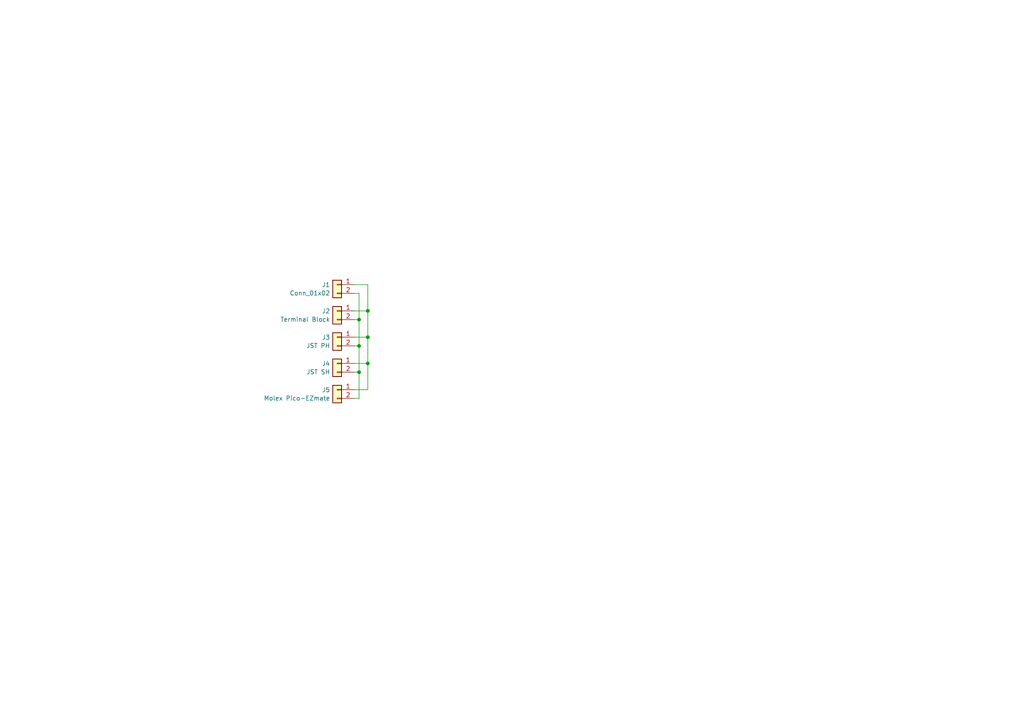
<source format=kicad_sch>
(kicad_sch (version 20230121) (generator eeschema)
  (paper "A4")
  (lib_symbols
    (symbol "Connector_Generic:Conn_01x02" (pin_names (offset 1.016) hide)
      (property "Reference" "J" (at 0 2.54 0))
      (property "Value" "Conn_01x02" (at 0 -5.08 0))
      (symbol "Conn_01x02_1_1"
        (rectangle (start -1.27 -2.413) (end 0 -2.667) (stroke (width 0.1524)))
        (rectangle (start -1.27 0.127) (end 0 -0.127) (stroke (width 0.1524)))
        (rectangle (start -1.27 1.27) (end 1.27 -3.81) (stroke (width 0.254)) (fill (type background)))
        (pin passive line (at -5.08 0 0) (length 3.81) (name "Pin_1") (number "1"))
        (pin passive line (at -5.08 -2.54 0) (length 3.81) (name "Pin_2") (number "2"))
      )
    )
  )
  (junction (at 106.68 90.17))
  (junction (at 104.14 107.95))
  (junction (at 104.14 100.33))
  (junction (at 104.14 92.71))
  (junction (at 106.68 97.79))
  (junction (at 106.68 105.41))
  (wire (pts (xy 102.87 113.03) (xy 106.68 113.03)))
  (wire (pts (xy 104.14 100.33) (xy 102.87 100.33)))
  (wire (pts (xy 106.68 105.41) (xy 102.87 105.41)))
  (wire (pts (xy 106.68 90.17) (xy 106.68 97.79)))
  (wire (pts (xy 104.14 92.71) (xy 104.14 100.33)))
  (wire (pts (xy 102.87 85.09) (xy 104.14 85.09)))
  (wire (pts (xy 104.14 107.95) (xy 104.14 100.33)))
  (wire (pts (xy 106.68 97.79) (xy 102.87 97.79)))
  (wire (pts (xy 102.87 107.95) (xy 104.14 107.95)))
  (wire (pts (xy 102.87 92.71) (xy 104.14 92.71)))
  (wire (pts (xy 106.68 105.41) (xy 106.68 97.79)))
  (wire (pts (xy 102.87 90.17) (xy 106.68 90.17)))
  (wire (pts (xy 104.14 115.57) (xy 104.14 107.95)))
  (wire (pts (xy 106.68 105.41) (xy 106.68 113.03)))
  (wire (pts (xy 102.87 82.55) (xy 106.68 82.55)))
  (wire (pts (xy 106.68 82.55) (xy 106.68 90.17)))
  (wire (pts (xy 104.14 85.09) (xy 104.14 92.71)))
  (wire (pts (xy 102.87 115.57) (xy 104.14 115.57)))
  (symbol (lib_id "Connector_Generic:Conn_01x02") (at 97.79 97.79 0) (mirror y) (unit 1)
    (property "Reference" "J3" (at 95.758 97.8479 0) (effects (justify left)))
    (property "Value" "JST PH" (at 95.758 100.2721 0) (effects (justify left)))
    (property "Footprint" "Connector_JST:JST_PH_B2B-PH-K_1x02_P2.00mm_Vertical" (effects hide))
  )
  (symbol (lib_id "Connector_Generic:Conn_01x02") (at 97.79 113.03 0) (mirror y) (unit 1)
    (property "Reference" "J5" (at 95.758 113.0879 0) (effects (justify left)))
    (property "Value" "Molex Pico-EZmate" (at 95.758 115.5121 0) (effects (justify left)))
    (property "Footprint" "Connector_Extra:Molex_Pico-EZmate_78171-0002_1x02-1MP_P1.20mm_Vertical" (effects hide))
  )
  (symbol (lib_id "Connector_Generic:Conn_01x02") (at 97.79 105.41 0) (mirror y) (unit 1)
    (property "Reference" "J4" (at 95.7581 105.4679 0) (effects (justify left)))
    (property "Value" "JST SH" (at 95.7581 107.8921 0) (effects (justify left)))
    (property "Footprint" "Connector_Extra:JST_SH_BM02B-SRSS-TB_1x02-1MP_P1.00mm_Vertical" (effects hide))
  )
  (symbol (lib_id "Connector_Generic:Conn_01x02") (at 97.79 82.55 0) (mirror y) (unit 1)
    (property "Reference" "J1" (at 95.758 82.6079 0) (effects (justify left)))
    (property "Value" "Conn_01x02" (at 95.758 85.0321 0) (effects (justify left)))
    (property "Footprint" "Connector_PinHeader_2.54mm:PinHeader_1x02_P2.54mm_Vertical" (effects hide))
  )
  (symbol (lib_id "Connector_Generic:Conn_01x02") (at 97.79 90.17 0) (mirror y) (unit 1)
    (property "Reference" "J2" (at 95.758 90.2279 0) (effects (justify left)))
    (property "Value" "Terminal Block" (at 95.758 92.6521 0) (effects (justify left)))
    (property "Footprint" "TerminalBlock_Phoenix:TerminalBlock_Phoenix_PT-1,5-2-3.5-H_1x02_P3.50mm_Horizontal" (effects hide))
  )
)
</source>
